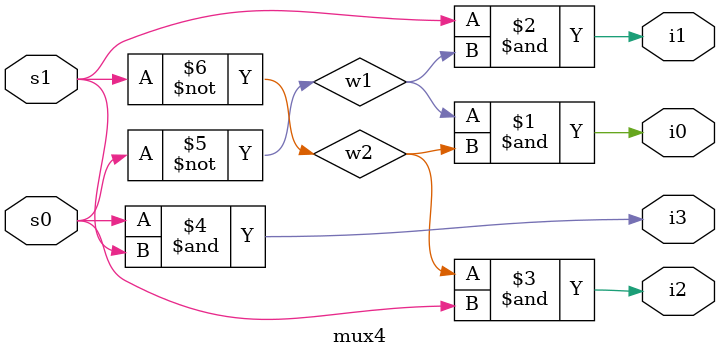
<source format=sv>
module mux4 (s0,s1,i0,i1,i2,i3);
 
  input s0,s1;
  
  output i0,i1,i2,i3;
 
  not (w1,s0);
  not (w2,s1);
  and (i0,w1,w2);
  and (i1,s1,w1);
  and (i2,w2,s0);
  and (i3,s0,s1);

endmodule 

</source>
